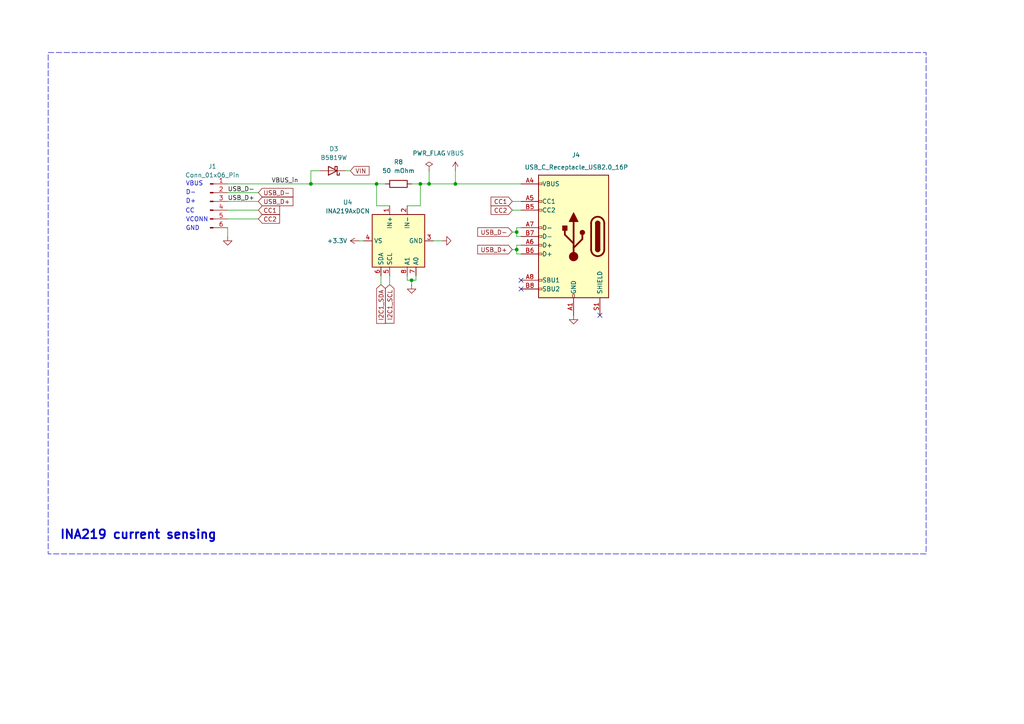
<source format=kicad_sch>
(kicad_sch (version 20250114) (generator "eeschema") (generator_version "9.0")
  (paper "A4")
  (lib_symbols
    (symbol "Connector:Conn_01x06_Pin" (pin_names (offset 1.016) (hide yes))
      (property "Reference" "J" (at 0 7.62 0))
      (property "Value" "Conn_01x06_Pin" (at 0 -10.16 0))
      (symbol "Conn_01x06_Pin_1_1"
        (rectangle (start 0.8636 5.207) (end 0 4.953) (stroke (width 0.1524)) (fill (type outline)))
        (rectangle (start 0.8636 2.667) (end 0 2.413) (stroke (width 0.1524)) (fill (type outline)))
        (rectangle (start 0.8636 0.127) (end 0 -0.127) (stroke (width 0.1524)) (fill (type outline)))
        (rectangle (start 0.8636 -2.413) (end 0 -2.667) (stroke (width 0.1524)) (fill (type outline)))
        (rectangle (start 0.8636 -4.953) (end 0 -5.207) (stroke (width 0.1524)) (fill (type outline)))
        (rectangle (start 0.8636 -7.493) (end 0 -7.747) (stroke (width 0.1524)) (fill (type outline)))
        (polyline (pts (xy 1.27 5.08) (xy 0.8636 5.08)) (stroke (width 0.1524)))
        (polyline (pts (xy 1.27 2.54) (xy 0.8636 2.54)) (stroke (width 0.1524)))
        (polyline (pts (xy 1.27 0) (xy 0.8636 0)) (stroke (width 0.1524)))
        (polyline (pts (xy 1.27 -2.54) (xy 0.8636 -2.54)) (stroke (width 0.1524)))
        (polyline (pts (xy 1.27 -5.08) (xy 0.8636 -5.08)) (stroke (width 0.1524)))
        (polyline (pts (xy 1.27 -7.62) (xy 0.8636 -7.62)) (stroke (width 0.1524)))
        (pin passive line (at 5.08 5.08 180) (length 3.81) (name "Pin_1") (number "1"))
        (pin passive line (at 5.08 2.54 180) (length 3.81) (name "Pin_2") (number "2"))
        (pin passive line (at 5.08 0 180) (length 3.81) (name "Pin_3") (number "3"))
        (pin passive line (at 5.08 -2.54 180) (length 3.81) (name "Pin_4") (number "4"))
        (pin passive line (at 5.08 -5.08 180) (length 3.81) (name "Pin_5") (number "5"))
        (pin passive line (at 5.08 -7.62 180) (length 3.81) (name "Pin_6") (number "6"))
      )
    )
    (symbol "Connector:USB_C_Receptacle_USB2.0_16P" (pin_names (offset 1.016))
      (property "Reference" "J" (at 0 22.225 0))
      (property "Value" "USB_C_Receptacle_USB2.0_16P" (at 0 19.685 0))
      (symbol "USB_C_Receptacle_USB2.0_16P_0_0"
        (rectangle (start -0.254 -17.78) (end 0.254 -16.764))
        (rectangle (start 10.16 15.494) (end 9.144 14.986))
        (rectangle (start 10.16 10.414) (end 9.144 9.906))
        (rectangle (start 10.16 7.874) (end 9.144 7.366))
        (rectangle (start 10.16 2.794) (end 9.144 2.286))
        (rectangle (start 10.16 0.254) (end 9.144 -0.254))
        (rectangle (start 10.16 -2.286) (end 9.144 -2.794))
        (rectangle (start 10.16 -4.826) (end 9.144 -5.334))
        (rectangle (start 10.16 -12.446) (end 9.144 -12.954))
        (rectangle (start 10.16 -14.986) (end 9.144 -15.494))
      )
      (symbol "USB_C_Receptacle_USB2.0_16P_0_1"
        (rectangle (start -10.16 17.78) (end 10.16 -17.78) (stroke (width 0.254)) (fill (type background)))
        (polyline (pts (xy -8.89 -3.81) (xy -8.89 3.81)) (stroke (width 0.508)))
        (rectangle (start -7.62 -3.81) (end -6.35 3.81) (stroke (width 0.254)) (fill (type outline)))
        (arc (start -7.62 3.81) (mid -6.985 4.4423) (end -6.35 3.81) (stroke (width 0.254)))
        (arc (start -7.62 3.81) (mid -6.985 4.4423) (end -6.35 3.81) (stroke (width 0.254)) (fill (type outline)))
        (arc (start -8.89 3.81) (mid -6.985 5.7067) (end -5.08 3.81) (stroke (width 0.508)))
        (arc (start -5.08 -3.81) (mid -6.985 -5.7067) (end -8.89 -3.81) (stroke (width 0.508)))
        (arc (start -6.35 -3.81) (mid -6.985 -4.4423) (end -7.62 -3.81) (stroke (width 0.254)))
        (arc (start -6.35 -3.81) (mid -6.985 -4.4423) (end -7.62 -3.81) (stroke (width 0.254)) (fill (type outline)))
        (polyline (pts (xy -5.08 3.81) (xy -5.08 -3.81)) (stroke (width 0.508)))
        (circle (center -2.54 1.143) (radius 0.635) (stroke (width 0.254)) (fill (type outline)))
        (polyline (pts (xy -1.27 4.318) (xy 0 6.858) (xy 1.27 4.318) (xy -1.27 4.318)) (stroke (width 0.254)) (fill (type outline)))
        (polyline (pts (xy 0 -2.032) (xy 2.54 0.508) (xy 2.54 1.778)) (stroke (width 0.508)))
        (polyline (pts (xy 0 -3.302) (xy -2.54 -0.762) (xy -2.54 0.508)) (stroke (width 0.508)))
        (polyline (pts (xy 0 -5.842) (xy 0 4.318)) (stroke (width 0.508)))
        (circle (center 0 -5.842) (radius 1.27) (fill (type outline)))
        (rectangle (start 1.905 1.778) (end 3.175 3.048) (stroke (width 0.254)) (fill (type outline)))
      )
      (symbol "USB_C_Receptacle_USB2.0_16P_1_1"
        (pin passive line (at -7.62 -22.86 90) (length 5.08) (name "SHIELD") (number "S1"))
        (pin passive line (at 0 -22.86 90) (length 5.08) (name "GND") (number "A1"))
        (pin passive line (at 0 -22.86 90) (length 5.08) (hide yes) (name "GND") (number "A12"))
        (pin passive line (at 0 -22.86 90) (length 5.08) (hide yes) (name "GND") (number "B1"))
        (pin passive line (at 0 -22.86 90) (length 5.08) (hide yes) (name "GND") (number "B12"))
        (pin passive line (at 15.24 15.24 180) (length 5.08) (name "VBUS") (number "A4"))
        (pin passive line (at 15.24 15.24 180) (length 5.08) (hide yes) (name "VBUS") (number "A9"))
        (pin passive line (at 15.24 15.24 180) (length 5.08) (hide yes) (name "VBUS") (number "B4"))
        (pin passive line (at 15.24 15.24 180) (length 5.08) (hide yes) (name "VBUS") (number "B9"))
        (pin bidirectional line (at 15.24 10.16 180) (length 5.08) (name "CC1") (number "A5"))
        (pin bidirectional line (at 15.24 7.62 180) (length 5.08) (name "CC2") (number "B5"))
        (pin bidirectional line (at 15.24 2.54 180) (length 5.08) (name "D-") (number "A7"))
        (pin bidirectional line (at 15.24 0 180) (length 5.08) (name "D-") (number "B7"))
        (pin bidirectional line (at 15.24 -2.54 180) (length 5.08) (name "D+") (number "A6"))
        (pin bidirectional line (at 15.24 -5.08 180) (length 5.08) (name "D+") (number "B6"))
        (pin bidirectional line (at 15.24 -12.7 180) (length 5.08) (name "SBU1") (number "A8"))
        (pin bidirectional line (at 15.24 -15.24 180) (length 5.08) (name "SBU2") (number "B8"))
      )
    )
    (symbol "Device:R" (pin_numbers (hide yes)) (pin_names (offset 0))
      (property "Reference" "R" (at 2.032 0 90))
      (property "Value" "R" (at 0 0 90))
      (symbol "R_0_1"
        (rectangle (start -1.016 -2.54) (end 1.016 2.54) (stroke (width 0.254)))
      )
      (symbol "R_1_1"
        (pin passive line (at 0 3.81 270) (length 1.27) (name "~") (number "1"))
        (pin passive line (at 0 -3.81 90) (length 1.27) (name "~") (number "2"))
      )
    )
    (symbol "Diode:SS34" (pin_numbers (hide yes)) (pin_names (offset 1.016) (hide yes))
      (property "Reference" "D" (at 0 2.54 0))
      (property "Value" "SS34" (at 0 -2.54 0))
      (symbol "SS34_0_1"
        (polyline (pts (xy -1.905 0.635) (xy -1.905 1.27) (xy -1.27 1.27) (xy -1.27 -1.27) (xy -0.635 -1.27) (xy -0.635 -0.635)) (stroke (width 0.254)))
        (polyline (pts (xy 1.27 1.27) (xy 1.27 -1.27) (xy -1.27 0) (xy 1.27 1.27)) (stroke (width 0.254)))
        (polyline (pts (xy 1.27 0) (xy -1.27 0)))
      )
      (symbol "SS34_1_1"
        (pin passive line (at -3.81 0 0) (length 2.54) (name "K") (number "1"))
        (pin passive line (at 3.81 0 180) (length 2.54) (name "A") (number "2"))
      )
    )
    (symbol "Sensor_Energy:INA219AxDCN"
      (property "Reference" "U" (at -6.35 8.89 0))
      (property "Value" "INA219AxDCN" (at 6.35 8.89 0))
      (symbol "INA219AxDCN_0_1"
        (rectangle (start -7.62 7.62) (end 7.62 -7.62) (stroke (width 0.254)) (fill (type background)))
      )
      (symbol "INA219AxDCN_1_1"
        (pin input line (at -10.16 2.54 0) (length 2.54) (name "IN+") (number "1"))
        (pin input line (at -10.16 -2.54 0) (length 2.54) (name "IN-") (number "2"))
        (pin power_in line (at 0 10.16 270) (length 2.54) (name "VS") (number "4"))
        (pin power_in line (at 0 -10.16 90) (length 2.54) (name "GND") (number "3"))
        (pin bidirectional line (at 10.16 5.08 180) (length 2.54) (name "SDA") (number "6"))
        (pin input line (at 10.16 2.54 180) (length 2.54) (name "SCL") (number "5"))
        (pin input line (at 10.16 -2.54 180) (length 2.54) (name "A1") (number "8"))
        (pin input line (at 10.16 -5.08 180) (length 2.54) (name "A0") (number "7"))
      )
    )
    (symbol "power:+3.3V" (power) (pin_numbers (hide yes)) (pin_names (offset 0) (hide yes))
      (property "Value" "+3.3V" (at 0 3.556 0))
      (symbol "+3.3V_0_1"
        (polyline (pts (xy -0.762 1.27) (xy 0 2.54)))
        (polyline (pts (xy 0 2.54) (xy 0.762 1.27)))
        (polyline (pts (xy 0 0) (xy 0 2.54)))
      )
      (symbol "+3.3V_1_1"
        (pin power_in line (at 0 0 90) (length 0) (name "~") (number "1"))
      )
    )
    (symbol "power:GND" (power) (pin_numbers (hide yes)) (pin_names (offset 0) (hide yes))
      (property "Value" "GND" (at 0 -3.81 0))
      (symbol "GND_0_1"
        (polyline (pts (xy 0 0) (xy 0 -1.27) (xy 1.27 -1.27) (xy 0 -2.54) (xy -1.27 -1.27) (xy 0 -1.27)))
      )
      (symbol "GND_1_1"
        (pin power_in line (at 0 0 270) (length 0) (name "~") (number "1"))
      )
    )
    (symbol "power:PWR_FLAG" (power) (pin_numbers (hide yes)) (pin_names (offset 0) (hide yes))
      (property "Value" "PWR_FLAG" (at 0 3.81 0))
      (symbol "PWR_FLAG_0_0"
        (pin power_out line (at 0 0 90) (length 0) (name "~") (number "1"))
      )
      (symbol "PWR_FLAG_0_1"
        (polyline (pts (xy 0 0) (xy 0 1.27) (xy -1.016 1.905) (xy 0 2.54) (xy 1.016 1.905) (xy 0 1.27)))
      )
    )
    (symbol "power:VBUS" (power) (pin_numbers (hide yes)) (pin_names (offset 0) (hide yes))
      (property "Value" "VBUS" (at 0 3.556 0))
      (symbol "VBUS_0_1"
        (polyline (pts (xy -0.762 1.27) (xy 0 2.54)))
        (polyline (pts (xy 0 2.54) (xy 0.762 1.27)))
        (polyline (pts (xy 0 0) (xy 0 2.54)))
      )
      (symbol "VBUS_1_1"
        (pin power_in line (at 0 0 90) (length 0) (name "~") (number "1"))
      )
    )
  )
  (rectangle (start 13.97 15.24) (end 268.605 160.655) (stroke (width 0) (type dash)))
  (text "CC" (at 55.118 61.214 0) (effects (font (size 1.27 1.27))))
  (text "D-" (at 55.372 55.88 0) (effects (font (size 1.27 1.27))))
  (text "VBUS" (at 56.388 53.34 0) (effects (font (size 1.27 1.27))))
  (text "VCONN" (at 57.15 63.754 0) (effects (font (size 1.27 1.27))))
  (text "GND" (at 55.88 66.294 0) (effects (font (size 1.27 1.27))))
  (text "D+" (at 55.372 58.42 0) (effects (font (size 1.27 1.27))))
  (text "INA219 current sensing" (at 40.132 155.194 0) (effects (font (size 2.54 2.54) (thickness 0.508) (bold yes))))
  (junction (at 132.08 53.34))
  (junction (at 124.46 53.34))
  (junction (at 90.17 53.34))
  (junction (at 149.86 72.39))
  (junction (at 109.22 53.34))
  (junction (at 121.92 53.34))
  (junction (at 149.86 67.31))
  (junction (at 119.38 81.28))
  (no_connect (at 151.13 81.28))
  (no_connect (at 173.99 91.44))
  (no_connect (at 151.13 83.82))
  (wire (pts (xy 149.86 66.04) (xy 149.86 67.31)))
  (wire (pts (xy 118.11 81.28) (xy 119.38 81.28)))
  (wire (pts (xy 66.04 66.04) (xy 66.04 68.58)))
  (wire (pts (xy 66.04 60.96) (xy 74.93 60.96)))
  (wire (pts (xy 118.11 80.01) (xy 118.11 81.28)))
  (wire (pts (xy 109.22 53.34) (xy 111.76 53.34)))
  (wire (pts (xy 121.92 53.34) (xy 124.46 53.34)))
  (wire (pts (xy 121.92 53.34) (xy 121.92 59.69)))
  (wire (pts (xy 119.38 81.28) (xy 119.38 82.55)))
  (wire (pts (xy 148.59 67.31) (xy 149.86 67.31)))
  (wire (pts (xy 125.73 69.85) (xy 128.27 69.85)))
  (wire (pts (xy 132.08 53.34) (xy 151.13 53.34)))
  (wire (pts (xy 113.03 59.69) (xy 109.22 59.69)))
  (wire (pts (xy 124.46 49.53) (xy 124.46 53.34)))
  (wire (pts (xy 151.13 66.04) (xy 149.86 66.04)))
  (wire (pts (xy 66.04 58.42) (xy 74.93 58.42)))
  (wire (pts (xy 119.38 53.34) (xy 121.92 53.34)))
  (wire (pts (xy 124.46 53.34) (xy 132.08 53.34)))
  (wire (pts (xy 149.86 67.31) (xy 149.86 68.58)))
  (wire (pts (xy 119.38 81.28) (xy 120.65 81.28)))
  (wire (pts (xy 148.59 60.96) (xy 151.13 60.96)))
  (wire (pts (xy 148.59 72.39) (xy 149.86 72.39)))
  (wire (pts (xy 151.13 71.12) (xy 149.86 71.12)))
  (wire (pts (xy 110.49 80.01) (xy 110.49 82.55)))
  (wire (pts (xy 148.59 58.42) (xy 151.13 58.42)))
  (wire (pts (xy 90.17 49.53) (xy 90.17 53.34)))
  (wire (pts (xy 149.86 72.39) (xy 149.86 73.66)))
  (wire (pts (xy 66.04 53.34) (xy 90.17 53.34)))
  (wire (pts (xy 118.11 59.69) (xy 121.92 59.69)))
  (wire (pts (xy 92.71 49.53) (xy 90.17 49.53)))
  (wire (pts (xy 90.17 53.34) (xy 109.22 53.34)))
  (wire (pts (xy 120.65 80.01) (xy 120.65 81.28)))
  (wire (pts (xy 109.22 53.34) (xy 109.22 59.69)))
  (wire (pts (xy 100.33 49.53) (xy 101.6 49.53)))
  (wire (pts (xy 132.08 49.53) (xy 132.08 53.34)))
  (wire (pts (xy 104.14 69.85) (xy 105.41 69.85)))
  (wire (pts (xy 149.86 73.66) (xy 151.13 73.66)))
  (wire (pts (xy 66.04 63.5) (xy 74.93 63.5)))
  (wire (pts (xy 149.86 68.58) (xy 151.13 68.58)))
  (wire (pts (xy 113.03 80.01) (xy 113.03 82.55)))
  (wire (pts (xy 66.04 55.88) (xy 74.93 55.88)))
  (wire (pts (xy 149.86 71.12) (xy 149.86 72.39)))
  (label "USB_D+" (at 66.04 58.42 0))
  (label "VBUS_in" (at 78.74 53.34 0))
  (label "USB_D-" (at 66.04 55.88 0))
  (global_label "CC1" (shape input) (at 148.59 58.42 180) (property "Intersheetrefs" "${INTERSHEET_REFS}" (effects (hide yes))))
  (global_label "USB_D+" (shape input) (at 148.59 72.39 180) (property "Intersheetrefs" "${INTERSHEET_REFS}" (effects (hide yes))))
  (global_label "I2C1_SCL" (shape input) (at 113.03 82.55 270) (property "Intersheetrefs" "${INTERSHEET_REFS}" (effects (hide yes))))
  (global_label "USB_D+" (shape input) (at 74.93 58.42 0) (property "Intersheetrefs" "${INTERSHEET_REFS}" (effects (hide yes))))
  (global_label "I2C1_SDA" (shape input) (at 110.49 82.55 270) (property "Intersheetrefs" "${INTERSHEET_REFS}" (effects (hide yes))))
  (global_label "VIN" (shape input) (at 101.6 49.53 0) (property "Intersheetrefs" "${INTERSHEET_REFS}" (effects (hide yes))))
  (global_label "USB_D-" (shape input) (at 148.59 67.31 180) (property "Intersheetrefs" "${INTERSHEET_REFS}" (effects (hide yes))))
  (global_label "CC2" (shape input) (at 148.59 60.96 180) (property "Intersheetrefs" "${INTERSHEET_REFS}" (effects (hide yes))))
  (global_label "CC1" (shape input) (at 74.93 60.96 0) (property "Intersheetrefs" "${INTERSHEET_REFS}" (effects (hide yes))))
  (global_label "CC2" (shape input) (at 74.93 63.5 0) (property "Intersheetrefs" "${INTERSHEET_REFS}" (effects (hide yes))))
  (global_label "USB_D-" (shape input) (at 74.93 55.88 0) (property "Intersheetrefs" "${INTERSHEET_REFS}" (effects (hide yes))))
  (symbol (lib_id "power:VBUS") (at 132.08 49.53 0) (unit 1)
    (property "Reference" "#PWR027" (effects (hide yes)))
    (property "Value" "VBUS" (at 132.08 44.45 0))
    (property "Description" "Power symbol creates a global label with name \"VBUS\"" (effects (hide yes)))
  )
  (symbol (lib_id "Diode:SS34") (at 96.52 49.53 180) (unit 1)
    (property "Reference" "D3" (at 96.8375 43.18 0))
    (property "Value" "B5819W" (at 96.8375 45.72 0))
    (property "Footprint" "Diode_SMD:D_SOD-123" (effects (hide yes)))
    (property "Datasheet" "https://www.vishay.com/docs/88751/ss32.pdf" (effects (hide yes)))
    (property "Description" "40V 3A Schottky Diode, SMA" (effects (hide yes)))
    (property "LCSC" "C8598" (effects (hide yes)))
  )
  (symbol (lib_id "power:GND") (at 128.27 69.85 90) (unit 1)
    (property "Reference" "#PWR028" (effects (hide yes)))
    (property "Value" "GND" (effects (hide yes)))
    (property "Description" "Power symbol creates a global label with name \"GND\" , ground" (effects (hide yes)))
  )
  (symbol (lib_id "power:+3.3V") (at 104.14 69.85 90) (unit 1)
    (property "Reference" "#PWR029" (effects (hide yes)))
    (property "Value" "+3.3V" (at 97.79 69.85 90))
    (property "Description" "Power symbol creates a global label with name \"+3.3V\"" (effects (hide yes)))
  )
  (symbol (lib_id "Sensor_Energy:INA219AxDCN") (at 115.57 69.85 90) (mirror x) (unit 1)
    (property "Reference" "U4" (at 100.838 58.674 90))
    (property "Value" "INA219AxDCN" (at 100.838 61.214 90))
    (property "Footprint" "Package_TO_SOT_SMD:SOT-23-8" (effects (hide yes)))
    (property "Datasheet" "http://www.ti.com/lit/ds/symlink/ina219.pdf" (effects (hide yes)))
    (property "Description" "Zero-Drift, Bidirectional Current/Power Monitor (0-26V) With I2C Interface, SOT-23-8" (effects (hide yes)))
    (property "LCSC" "C87469" (effects (hide yes)))
  )
  (symbol (lib_id "Device:R") (at 115.57 53.34 90) (unit 1)
    (property "Reference" "R8" (at 115.57 46.99 90))
    (property "Value" "50 mOhm" (at 115.57 49.53 90))
    (property "Footprint" "Resistor_SMD:R_2512_6332Metric" (effects (hide yes)))
    (property "Description" "Resistor 2512" (effects (hide yes)))
    (property "LCSC" "C154681" (effects (hide yes)))
  )
  (symbol (lib_id "power:GND") (at 119.38 82.55 0) (unit 1)
    (property "Reference" "#PWR030" (effects (hide yes)))
    (property "Value" "GND" (effects (hide yes)))
    (property "Description" "Power symbol creates a global label with name \"GND\" , ground" (effects (hide yes)))
  )
  (symbol (lib_id "Connector:Conn_01x06_Pin") (at 60.96 58.42 0) (unit 1)
    (property "Reference" "J1" (at 61.595 48.26 0))
    (property "Value" "Conn_01x06_Pin" (at 61.595 50.8 0))
    (property "Footprint" "my_footprints:header_90degree_01x06_back" (effects (hide yes)))
    (property "Description" "Generic connector, single row, 01x06, script generated" (effects (hide yes)))
  )
  (symbol (lib_id "power:PWR_FLAG") (at 124.46 49.53 0) (unit 1)
    (property "Reference" "#FLG03" (effects (hide yes)))
    (property "Value" "PWR_FLAG" (at 124.46 44.45 0))
    (property "Description" "Special symbol for telling ERC where power comes from" (effects (hide yes)))
  )
  (symbol (lib_id "Connector:USB_C_Receptacle_USB2.0_16P") (at 166.37 68.58 0) (mirror y) (unit 1)
    (property "Reference" "J4" (at 165.862 44.958 0) (effects (justify right)))
    (property "Value" "USB_C_Receptacle_USB2.0_16P" (at 152.146 48.514 0) (effects (justify right)))
    (property "Footprint" "my_footprints:USB_C_Receptacle" (effects (hide yes)))
    (property "Datasheet" "https://www.usb.org/sites/default/files/documents/usb_type-c.zip" (effects (hide yes)))
    (property "Description" "USB 2.0-only 16P Type-C Receptacle connector" (effects (hide yes)))
    (property "LCSC" "C709357" (effects (hide yes)))
  )
  (symbol (lib_id "power:GND") (at 66.04 68.58 0) (unit 1)
    (property "Reference" "#PWR026" (effects (hide yes)))
    (property "Value" "GND" (effects (hide yes)))
    (property "Description" "Power symbol creates a global label with name \"GND\" , ground" (effects (hide yes)))
  )
  (symbol (lib_id "power:GND") (at 166.37 91.44 0) (unit 1)
    (property "Reference" "#PWR025" (effects (hide yes)))
    (property "Value" "GND" (effects (hide yes)))
    (property "Description" "Power symbol creates a global label with name \"GND\" , ground" (effects (hide yes)))
  )
)
</source>
